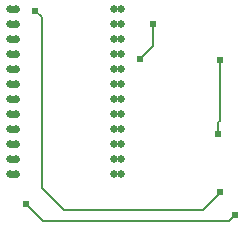
<source format=gbr>
G04 EAGLE Gerber RS-274X export*
G75*
%MOMM*%
%FSLAX34Y34*%
%LPD*%
%INBottom Copper*%
%IPPOS*%
%AMOC8*
5,1,8,0,0,1.08239X$1,22.5*%
G01*
%ADD10C,0.654000*%
%ADD11C,0.609600*%
%ADD12C,0.203200*%
%ADD13C,0.558800*%


D10*
X10160Y190500D03*
X10160Y177800D03*
X10160Y165100D03*
X10160Y152400D03*
X10160Y139700D03*
X10160Y127000D03*
X10160Y114300D03*
X10160Y101600D03*
X10160Y88900D03*
X10160Y76200D03*
X10160Y63500D03*
X10160Y50800D03*
X104140Y50800D03*
X104140Y63500D03*
X104140Y76200D03*
X104140Y88900D03*
X104140Y101600D03*
X104140Y114300D03*
X104140Y127000D03*
X104140Y139700D03*
X104140Y152400D03*
X104140Y165100D03*
X104140Y177800D03*
X104140Y190500D03*
X15875Y76200D03*
X15875Y190500D03*
X15875Y177800D03*
X15875Y165100D03*
X15875Y152400D03*
X15875Y139700D03*
X15875Y127000D03*
X15875Y114300D03*
X15875Y101600D03*
X15875Y88900D03*
X15875Y63500D03*
X15875Y50800D03*
X98425Y50800D03*
X98425Y63500D03*
X98425Y76200D03*
X98425Y88900D03*
X98425Y101600D03*
X98425Y114300D03*
X98425Y127000D03*
X98425Y139700D03*
X98425Y152400D03*
X98425Y165100D03*
X98425Y177800D03*
X98425Y190500D03*
D11*
X120650Y148082D03*
D12*
X131572Y159004D01*
X131572Y177800D01*
D11*
X131572Y177800D03*
D13*
X15875Y190500D02*
X10160Y190500D01*
X10160Y177800D02*
X15875Y177800D01*
X15875Y165100D02*
X10160Y165100D01*
X10160Y152400D02*
X15875Y152400D01*
X15875Y139700D02*
X10160Y139700D01*
X10160Y127000D02*
X15875Y127000D01*
X15875Y114300D02*
X10160Y114300D01*
X10160Y101600D02*
X15875Y101600D01*
X15875Y88900D02*
X10160Y88900D01*
X10160Y76200D02*
X15875Y76200D01*
X15875Y63500D02*
X10160Y63500D01*
D11*
X187960Y147320D03*
X186944Y84328D03*
D12*
X186944Y94488D02*
X187960Y95504D01*
X186944Y94488D02*
X186944Y84328D01*
X187960Y95504D02*
X187960Y147320D01*
D11*
X23876Y25146D03*
D12*
X38608Y10414D01*
D11*
X201168Y15748D03*
D12*
X195834Y10414D01*
X38608Y10414D01*
D13*
X15875Y50800D02*
X10160Y50800D01*
D11*
X32004Y188722D03*
D12*
X37592Y183134D01*
X37592Y38608D01*
X56388Y19812D01*
X173990Y19812D01*
X188468Y34290D02*
X188468Y35560D01*
X188468Y34290D02*
X173990Y19812D01*
D11*
X188468Y35560D03*
M02*

</source>
